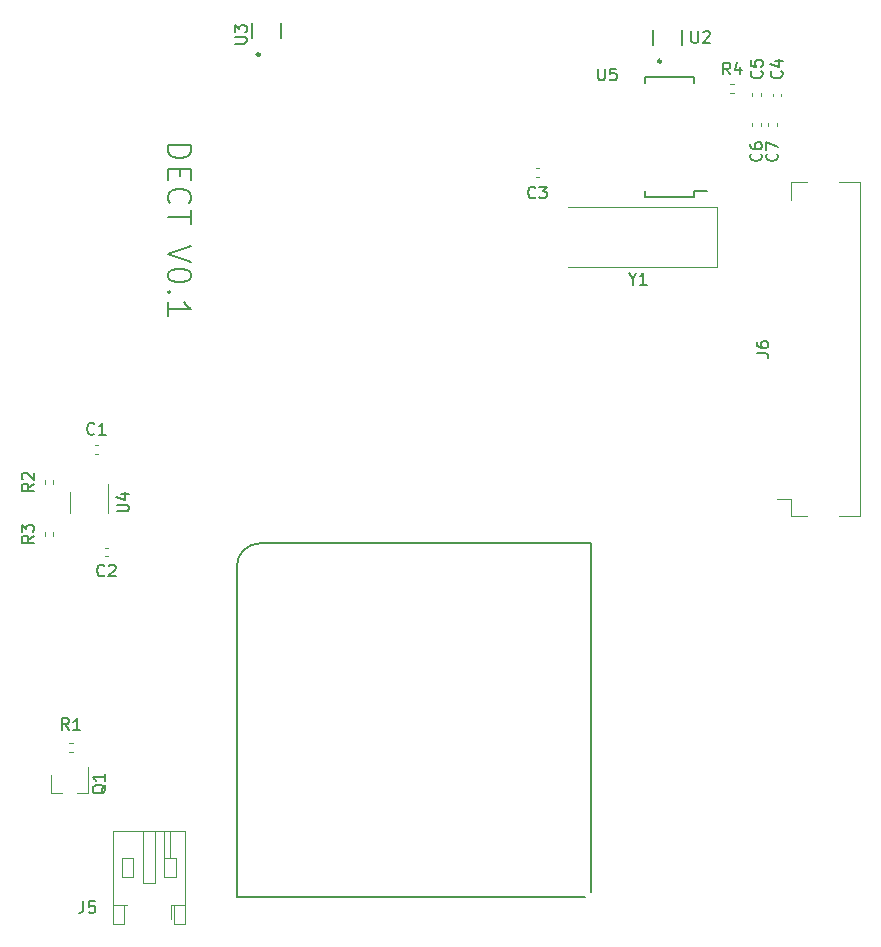
<source format=gto>
G04 #@! TF.GenerationSoftware,KiCad,Pcbnew,(5.1.10-1-10_14)*
G04 #@! TF.CreationDate,2021-12-01T22:20:01+01:00*
G04 #@! TF.ProjectId,DCEXT,44434558-542e-46b6-9963-61645f706362,rev?*
G04 #@! TF.SameCoordinates,Original*
G04 #@! TF.FileFunction,Legend,Top*
G04 #@! TF.FilePolarity,Positive*
%FSLAX46Y46*%
G04 Gerber Fmt 4.6, Leading zero omitted, Abs format (unit mm)*
G04 Created by KiCad (PCBNEW (5.1.10-1-10_14)) date 2021-12-01 22:20:01*
%MOMM*%
%LPD*%
G01*
G04 APERTURE LIST*
%ADD10C,0.150000*%
%ADD11C,0.200000*%
%ADD12C,0.120000*%
%ADD13C,0.250000*%
%ADD14O,1.200000X2.600000*%
%ADD15C,1.524000*%
%ADD16R,4.500000X2.000000*%
%ADD17R,1.200000X0.400000*%
%ADD18O,1.200000X1.750000*%
%ADD19R,0.800000X0.900000*%
%ADD20R,1.300000X0.300000*%
%ADD21R,2.200000X1.800000*%
%ADD22R,0.650000X1.560000*%
%ADD23R,0.600000X2.000000*%
%ADD24R,0.400000X1.050000*%
G04 APERTURE END LIST*
D10*
X75790538Y-68920623D02*
X77790538Y-68920623D01*
X77790538Y-69396814D01*
X77695300Y-69682528D01*
X77504823Y-69873004D01*
X77314347Y-69968242D01*
X76933395Y-70063480D01*
X76647680Y-70063480D01*
X76266728Y-69968242D01*
X76076252Y-69873004D01*
X75885776Y-69682528D01*
X75790538Y-69396814D01*
X75790538Y-68920623D01*
X76838157Y-70920623D02*
X76838157Y-71587290D01*
X75790538Y-71873004D02*
X75790538Y-70920623D01*
X77790538Y-70920623D01*
X77790538Y-71873004D01*
X75981014Y-73873004D02*
X75885776Y-73777766D01*
X75790538Y-73492052D01*
X75790538Y-73301576D01*
X75885776Y-73015861D01*
X76076252Y-72825385D01*
X76266728Y-72730147D01*
X76647680Y-72634909D01*
X76933395Y-72634909D01*
X77314347Y-72730147D01*
X77504823Y-72825385D01*
X77695300Y-73015861D01*
X77790538Y-73301576D01*
X77790538Y-73492052D01*
X77695300Y-73777766D01*
X77600061Y-73873004D01*
X77790538Y-74444433D02*
X77790538Y-75587290D01*
X75790538Y-75015861D02*
X77790538Y-75015861D01*
X77790538Y-77492052D02*
X75790538Y-78158719D01*
X77790538Y-78825385D01*
X77790538Y-79873004D02*
X77790538Y-80063480D01*
X77695300Y-80253957D01*
X77600061Y-80349195D01*
X77409585Y-80444433D01*
X77028633Y-80539671D01*
X76552442Y-80539671D01*
X76171490Y-80444433D01*
X75981014Y-80349195D01*
X75885776Y-80253957D01*
X75790538Y-80063480D01*
X75790538Y-79873004D01*
X75885776Y-79682528D01*
X75981014Y-79587290D01*
X76171490Y-79492052D01*
X76552442Y-79396814D01*
X77028633Y-79396814D01*
X77409585Y-79492052D01*
X77600061Y-79587290D01*
X77695300Y-79682528D01*
X77790538Y-79873004D01*
X75981014Y-81396814D02*
X75885776Y-81492052D01*
X75790538Y-81396814D01*
X75885776Y-81301576D01*
X75981014Y-81396814D01*
X75790538Y-81396814D01*
X75790538Y-83396814D02*
X75790538Y-82253957D01*
X75790538Y-82825385D02*
X77790538Y-82825385D01*
X77504823Y-82634909D01*
X77314347Y-82444433D01*
X77219109Y-82253957D01*
D11*
X83635612Y-102637045D02*
G75*
G03*
X81635612Y-104637045I0J-2000000D01*
G01*
X111635612Y-132136969D02*
X111635612Y-102637045D01*
X83635612Y-102637045D02*
X111635612Y-102637045D01*
X81635612Y-132637045D02*
X81635612Y-104637045D01*
X111135612Y-132637045D02*
X81635612Y-132637045D01*
D12*
X122330000Y-74190000D02*
X109730000Y-74190000D01*
X122330000Y-79290000D02*
X122330000Y-74190000D01*
X109730000Y-79290000D02*
X122330000Y-79290000D01*
D10*
X120325000Y-72850000D02*
X121450000Y-72850000D01*
X120325000Y-63170000D02*
X116175000Y-63170000D01*
X120325000Y-73330000D02*
X116175000Y-73330000D01*
X120325000Y-63170000D02*
X120325000Y-63650000D01*
X116175000Y-63170000D02*
X116175000Y-63650000D01*
X116175000Y-73330000D02*
X116175000Y-72850000D01*
X120325000Y-73330000D02*
X120325000Y-72850000D01*
D12*
X123426359Y-64520000D02*
X123733641Y-64520000D01*
X123426359Y-63760000D02*
X123733641Y-63760000D01*
X66127900Y-102007641D02*
X66127900Y-101700359D01*
X65367900Y-102007641D02*
X65367900Y-101700359D01*
X65367900Y-97293459D02*
X65367900Y-97600741D01*
X66127900Y-97293459D02*
X66127900Y-97600741D01*
X67753641Y-119520000D02*
X67446359Y-119520000D01*
X67753641Y-120280000D02*
X67446359Y-120280000D01*
X127350000Y-67297836D02*
X127350000Y-67082164D01*
X126630000Y-67297836D02*
X126630000Y-67082164D01*
X126030000Y-67297836D02*
X126030000Y-67082164D01*
X125310000Y-67297836D02*
X125310000Y-67082164D01*
X125310000Y-64532164D02*
X125310000Y-64747836D01*
X126030000Y-64532164D02*
X126030000Y-64747836D01*
X127030000Y-64602164D02*
X127030000Y-64817836D01*
X127750000Y-64602164D02*
X127750000Y-64817836D01*
X107197836Y-70880000D02*
X106982164Y-70880000D01*
X107197836Y-71600000D02*
X106982164Y-71600000D01*
X70491464Y-103750700D02*
X70707136Y-103750700D01*
X70491464Y-103030700D02*
X70707136Y-103030700D01*
X69640564Y-95063900D02*
X69856236Y-95063900D01*
X69640564Y-94343900D02*
X69856236Y-94343900D01*
X76060000Y-133260000D02*
X76340000Y-133260000D01*
X76340000Y-133260000D02*
X76340000Y-134860000D01*
X76340000Y-134860000D02*
X77260000Y-134860000D01*
X77260000Y-134860000D02*
X77260000Y-127040000D01*
X77260000Y-127040000D02*
X71140000Y-127040000D01*
X71140000Y-127040000D02*
X71140000Y-134860000D01*
X71140000Y-134860000D02*
X72060000Y-134860000D01*
X72060000Y-134860000D02*
X72060000Y-133260000D01*
X72060000Y-133260000D02*
X72340000Y-133260000D01*
X74700000Y-127040000D02*
X74700000Y-131400000D01*
X74700000Y-131400000D02*
X73700000Y-131400000D01*
X73700000Y-131400000D02*
X73700000Y-127040000D01*
X77260000Y-133260000D02*
X76340000Y-133260000D01*
X71140000Y-133260000D02*
X72060000Y-133260000D01*
X76500000Y-130900000D02*
X76500000Y-129300000D01*
X76500000Y-129300000D02*
X75500000Y-129300000D01*
X75500000Y-129300000D02*
X75500000Y-130900000D01*
X75500000Y-130900000D02*
X76500000Y-130900000D01*
X71900000Y-130900000D02*
X71900000Y-129300000D01*
X71900000Y-129300000D02*
X72900000Y-129300000D01*
X72900000Y-129300000D02*
X72900000Y-130900000D01*
X72900000Y-130900000D02*
X71900000Y-130900000D01*
X75500000Y-129300000D02*
X75500000Y-127040000D01*
X76000000Y-129300000D02*
X76000000Y-127040000D01*
X76060000Y-133260000D02*
X76060000Y-134475000D01*
X65920000Y-123760000D02*
X66850000Y-123760000D01*
X69080000Y-123760000D02*
X68150000Y-123760000D01*
X69080000Y-123760000D02*
X69080000Y-121600000D01*
X65920000Y-123760000D02*
X65920000Y-122300000D01*
X128608300Y-98867600D02*
X128608300Y-100357600D01*
X128608300Y-100357600D02*
X129948300Y-100357600D01*
X128608300Y-73547600D02*
X128608300Y-72057600D01*
X128608300Y-72057600D02*
X129948300Y-72057600D01*
X132668300Y-100357600D02*
X134408300Y-100357600D01*
X134408300Y-100357600D02*
X134408300Y-72057600D01*
X134408300Y-72057600D02*
X132668300Y-72057600D01*
X128608300Y-98867600D02*
X127408300Y-98867600D01*
X67545299Y-98288301D02*
X67545299Y-100088301D01*
X70765299Y-100088301D02*
X70765299Y-97638301D01*
D13*
X83599800Y-61270500D02*
G75*
G03*
X83599800Y-61270500I-125000J0D01*
G01*
D10*
X85349800Y-59870500D02*
X85349800Y-58620500D01*
X82899800Y-59870500D02*
X82899800Y-58620500D01*
D13*
X117575000Y-61835000D02*
G75*
G03*
X117575000Y-61835000I-125000J0D01*
G01*
D10*
X119325000Y-60435000D02*
X119325000Y-59185000D01*
X116875000Y-60435000D02*
X116875000Y-59185000D01*
X115153809Y-80266190D02*
X115153809Y-80742380D01*
X114820476Y-79742380D02*
X115153809Y-80266190D01*
X115487142Y-79742380D01*
X116344285Y-80742380D02*
X115772857Y-80742380D01*
X116058571Y-80742380D02*
X116058571Y-79742380D01*
X115963333Y-79885238D01*
X115868095Y-79980476D01*
X115772857Y-80028095D01*
X112238095Y-62452380D02*
X112238095Y-63261904D01*
X112285714Y-63357142D01*
X112333333Y-63404761D01*
X112428571Y-63452380D01*
X112619047Y-63452380D01*
X112714285Y-63404761D01*
X112761904Y-63357142D01*
X112809523Y-63261904D01*
X112809523Y-62452380D01*
X113761904Y-62452380D02*
X113285714Y-62452380D01*
X113238095Y-62928571D01*
X113285714Y-62880952D01*
X113380952Y-62833333D01*
X113619047Y-62833333D01*
X113714285Y-62880952D01*
X113761904Y-62928571D01*
X113809523Y-63023809D01*
X113809523Y-63261904D01*
X113761904Y-63357142D01*
X113714285Y-63404761D01*
X113619047Y-63452380D01*
X113380952Y-63452380D01*
X113285714Y-63404761D01*
X113238095Y-63357142D01*
X123413333Y-62952380D02*
X123080000Y-62476190D01*
X122841904Y-62952380D02*
X122841904Y-61952380D01*
X123222857Y-61952380D01*
X123318095Y-62000000D01*
X123365714Y-62047619D01*
X123413333Y-62142857D01*
X123413333Y-62285714D01*
X123365714Y-62380952D01*
X123318095Y-62428571D01*
X123222857Y-62476190D01*
X122841904Y-62476190D01*
X124270476Y-62285714D02*
X124270476Y-62952380D01*
X124032380Y-61904761D02*
X123794285Y-62619047D01*
X124413333Y-62619047D01*
X64452380Y-102020666D02*
X63976190Y-102354000D01*
X64452380Y-102592095D02*
X63452380Y-102592095D01*
X63452380Y-102211142D01*
X63500000Y-102115904D01*
X63547619Y-102068285D01*
X63642857Y-102020666D01*
X63785714Y-102020666D01*
X63880952Y-102068285D01*
X63928571Y-102115904D01*
X63976190Y-102211142D01*
X63976190Y-102592095D01*
X63452380Y-101687333D02*
X63452380Y-101068285D01*
X63833333Y-101401619D01*
X63833333Y-101258761D01*
X63880952Y-101163523D01*
X63928571Y-101115904D01*
X64023809Y-101068285D01*
X64261904Y-101068285D01*
X64357142Y-101115904D01*
X64404761Y-101163523D01*
X64452380Y-101258761D01*
X64452380Y-101544476D01*
X64404761Y-101639714D01*
X64357142Y-101687333D01*
X64452380Y-97613766D02*
X63976190Y-97947100D01*
X64452380Y-98185195D02*
X63452380Y-98185195D01*
X63452380Y-97804242D01*
X63500000Y-97709004D01*
X63547619Y-97661385D01*
X63642857Y-97613766D01*
X63785714Y-97613766D01*
X63880952Y-97661385D01*
X63928571Y-97709004D01*
X63976190Y-97804242D01*
X63976190Y-98185195D01*
X63547619Y-97232814D02*
X63500000Y-97185195D01*
X63452380Y-97089957D01*
X63452380Y-96851861D01*
X63500000Y-96756623D01*
X63547619Y-96709004D01*
X63642857Y-96661385D01*
X63738095Y-96661385D01*
X63880952Y-96709004D01*
X64452380Y-97280433D01*
X64452380Y-96661385D01*
X67433333Y-118452380D02*
X67100000Y-117976190D01*
X66861904Y-118452380D02*
X66861904Y-117452380D01*
X67242857Y-117452380D01*
X67338095Y-117500000D01*
X67385714Y-117547619D01*
X67433333Y-117642857D01*
X67433333Y-117785714D01*
X67385714Y-117880952D01*
X67338095Y-117928571D01*
X67242857Y-117976190D01*
X66861904Y-117976190D01*
X68385714Y-118452380D02*
X67814285Y-118452380D01*
X68100000Y-118452380D02*
X68100000Y-117452380D01*
X68004761Y-117595238D01*
X67909523Y-117690476D01*
X67814285Y-117738095D01*
X127357142Y-69666666D02*
X127404761Y-69714285D01*
X127452380Y-69857142D01*
X127452380Y-69952380D01*
X127404761Y-70095238D01*
X127309523Y-70190476D01*
X127214285Y-70238095D01*
X127023809Y-70285714D01*
X126880952Y-70285714D01*
X126690476Y-70238095D01*
X126595238Y-70190476D01*
X126500000Y-70095238D01*
X126452380Y-69952380D01*
X126452380Y-69857142D01*
X126500000Y-69714285D01*
X126547619Y-69666666D01*
X126452380Y-69333333D02*
X126452380Y-68666666D01*
X127452380Y-69095238D01*
X126007142Y-69666666D02*
X126054761Y-69714285D01*
X126102380Y-69857142D01*
X126102380Y-69952380D01*
X126054761Y-70095238D01*
X125959523Y-70190476D01*
X125864285Y-70238095D01*
X125673809Y-70285714D01*
X125530952Y-70285714D01*
X125340476Y-70238095D01*
X125245238Y-70190476D01*
X125150000Y-70095238D01*
X125102380Y-69952380D01*
X125102380Y-69857142D01*
X125150000Y-69714285D01*
X125197619Y-69666666D01*
X125102380Y-68809523D02*
X125102380Y-69000000D01*
X125150000Y-69095238D01*
X125197619Y-69142857D01*
X125340476Y-69238095D01*
X125530952Y-69285714D01*
X125911904Y-69285714D01*
X126007142Y-69238095D01*
X126054761Y-69190476D01*
X126102380Y-69095238D01*
X126102380Y-68904761D01*
X126054761Y-68809523D01*
X126007142Y-68761904D01*
X125911904Y-68714285D01*
X125673809Y-68714285D01*
X125578571Y-68761904D01*
X125530952Y-68809523D01*
X125483333Y-68904761D01*
X125483333Y-69095238D01*
X125530952Y-69190476D01*
X125578571Y-69238095D01*
X125673809Y-69285714D01*
X126067142Y-62666666D02*
X126114761Y-62714285D01*
X126162380Y-62857142D01*
X126162380Y-62952380D01*
X126114761Y-63095238D01*
X126019523Y-63190476D01*
X125924285Y-63238095D01*
X125733809Y-63285714D01*
X125590952Y-63285714D01*
X125400476Y-63238095D01*
X125305238Y-63190476D01*
X125210000Y-63095238D01*
X125162380Y-62952380D01*
X125162380Y-62857142D01*
X125210000Y-62714285D01*
X125257619Y-62666666D01*
X125162380Y-61761904D02*
X125162380Y-62238095D01*
X125638571Y-62285714D01*
X125590952Y-62238095D01*
X125543333Y-62142857D01*
X125543333Y-61904761D01*
X125590952Y-61809523D01*
X125638571Y-61761904D01*
X125733809Y-61714285D01*
X125971904Y-61714285D01*
X126067142Y-61761904D01*
X126114761Y-61809523D01*
X126162380Y-61904761D01*
X126162380Y-62142857D01*
X126114761Y-62238095D01*
X126067142Y-62285714D01*
X127757142Y-62666666D02*
X127804761Y-62714285D01*
X127852380Y-62857142D01*
X127852380Y-62952380D01*
X127804761Y-63095238D01*
X127709523Y-63190476D01*
X127614285Y-63238095D01*
X127423809Y-63285714D01*
X127280952Y-63285714D01*
X127090476Y-63238095D01*
X126995238Y-63190476D01*
X126900000Y-63095238D01*
X126852380Y-62952380D01*
X126852380Y-62857142D01*
X126900000Y-62714285D01*
X126947619Y-62666666D01*
X127185714Y-61809523D02*
X127852380Y-61809523D01*
X126804761Y-62047619D02*
X127519047Y-62285714D01*
X127519047Y-61666666D01*
X106923333Y-73357142D02*
X106875714Y-73404761D01*
X106732857Y-73452380D01*
X106637619Y-73452380D01*
X106494761Y-73404761D01*
X106399523Y-73309523D01*
X106351904Y-73214285D01*
X106304285Y-73023809D01*
X106304285Y-72880952D01*
X106351904Y-72690476D01*
X106399523Y-72595238D01*
X106494761Y-72500000D01*
X106637619Y-72452380D01*
X106732857Y-72452380D01*
X106875714Y-72500000D01*
X106923333Y-72547619D01*
X107256666Y-72452380D02*
X107875714Y-72452380D01*
X107542380Y-72833333D01*
X107685238Y-72833333D01*
X107780476Y-72880952D01*
X107828095Y-72928571D01*
X107875714Y-73023809D01*
X107875714Y-73261904D01*
X107828095Y-73357142D01*
X107780476Y-73404761D01*
X107685238Y-73452380D01*
X107399523Y-73452380D01*
X107304285Y-73404761D01*
X107256666Y-73357142D01*
X70432633Y-105357142D02*
X70385014Y-105404761D01*
X70242157Y-105452380D01*
X70146919Y-105452380D01*
X70004061Y-105404761D01*
X69908823Y-105309523D01*
X69861204Y-105214285D01*
X69813585Y-105023809D01*
X69813585Y-104880952D01*
X69861204Y-104690476D01*
X69908823Y-104595238D01*
X70004061Y-104500000D01*
X70146919Y-104452380D01*
X70242157Y-104452380D01*
X70385014Y-104500000D01*
X70432633Y-104547619D01*
X70813585Y-104547619D02*
X70861204Y-104500000D01*
X70956442Y-104452380D01*
X71194538Y-104452380D01*
X71289776Y-104500000D01*
X71337395Y-104547619D01*
X71385014Y-104642857D01*
X71385014Y-104738095D01*
X71337395Y-104880952D01*
X70765966Y-105452380D01*
X71385014Y-105452380D01*
X69581733Y-93357142D02*
X69534114Y-93404761D01*
X69391257Y-93452380D01*
X69296019Y-93452380D01*
X69153161Y-93404761D01*
X69057923Y-93309523D01*
X69010304Y-93214285D01*
X68962685Y-93023809D01*
X68962685Y-92880952D01*
X69010304Y-92690476D01*
X69057923Y-92595238D01*
X69153161Y-92500000D01*
X69296019Y-92452380D01*
X69391257Y-92452380D01*
X69534114Y-92500000D01*
X69581733Y-92547619D01*
X70534114Y-93452380D02*
X69962685Y-93452380D01*
X70248400Y-93452380D02*
X70248400Y-92452380D01*
X70153161Y-92595238D01*
X70057923Y-92690476D01*
X69962685Y-92738095D01*
X68666666Y-132952380D02*
X68666666Y-133666666D01*
X68619047Y-133809523D01*
X68523809Y-133904761D01*
X68380952Y-133952380D01*
X68285714Y-133952380D01*
X69619047Y-132952380D02*
X69142857Y-132952380D01*
X69095238Y-133428571D01*
X69142857Y-133380952D01*
X69238095Y-133333333D01*
X69476190Y-133333333D01*
X69571428Y-133380952D01*
X69619047Y-133428571D01*
X69666666Y-133523809D01*
X69666666Y-133761904D01*
X69619047Y-133857142D01*
X69571428Y-133904761D01*
X69476190Y-133952380D01*
X69238095Y-133952380D01*
X69142857Y-133904761D01*
X69095238Y-133857142D01*
X70547619Y-123095238D02*
X70500000Y-123190476D01*
X70404761Y-123285714D01*
X70261904Y-123428571D01*
X70214285Y-123523809D01*
X70214285Y-123619047D01*
X70452380Y-123571428D02*
X70404761Y-123666666D01*
X70309523Y-123761904D01*
X70119047Y-123809523D01*
X69785714Y-123809523D01*
X69595238Y-123761904D01*
X69500000Y-123666666D01*
X69452380Y-123571428D01*
X69452380Y-123380952D01*
X69500000Y-123285714D01*
X69595238Y-123190476D01*
X69785714Y-123142857D01*
X70119047Y-123142857D01*
X70309523Y-123190476D01*
X70404761Y-123285714D01*
X70452380Y-123380952D01*
X70452380Y-123571428D01*
X70452380Y-122190476D02*
X70452380Y-122761904D01*
X70452380Y-122476190D02*
X69452380Y-122476190D01*
X69595238Y-122571428D01*
X69690476Y-122666666D01*
X69738095Y-122761904D01*
X125660680Y-86540933D02*
X126374966Y-86540933D01*
X126517823Y-86588552D01*
X126613061Y-86683790D01*
X126660680Y-86826647D01*
X126660680Y-86921885D01*
X125660680Y-85636171D02*
X125660680Y-85826647D01*
X125708300Y-85921885D01*
X125755919Y-85969504D01*
X125898776Y-86064742D01*
X126089252Y-86112361D01*
X126470204Y-86112361D01*
X126565442Y-86064742D01*
X126613061Y-86017123D01*
X126660680Y-85921885D01*
X126660680Y-85731409D01*
X126613061Y-85636171D01*
X126565442Y-85588552D01*
X126470204Y-85540933D01*
X126232109Y-85540933D01*
X126136871Y-85588552D01*
X126089252Y-85636171D01*
X126041633Y-85731409D01*
X126041633Y-85921885D01*
X126089252Y-86017123D01*
X126136871Y-86064742D01*
X126232109Y-86112361D01*
X71507679Y-99950205D02*
X72317203Y-99950205D01*
X72412441Y-99902586D01*
X72460060Y-99854967D01*
X72507679Y-99759729D01*
X72507679Y-99569253D01*
X72460060Y-99474015D01*
X72412441Y-99426396D01*
X72317203Y-99378777D01*
X71507679Y-99378777D01*
X71841013Y-98474015D02*
X72507679Y-98474015D01*
X71460060Y-98712110D02*
X72174346Y-98950205D01*
X72174346Y-98331158D01*
X81477180Y-60334904D02*
X82286704Y-60334904D01*
X82381942Y-60287285D01*
X82429561Y-60239666D01*
X82477180Y-60144428D01*
X82477180Y-59953952D01*
X82429561Y-59858714D01*
X82381942Y-59811095D01*
X82286704Y-59763476D01*
X81477180Y-59763476D01*
X81477180Y-59382523D02*
X81477180Y-58763476D01*
X81858133Y-59096809D01*
X81858133Y-58953952D01*
X81905752Y-58858714D01*
X81953371Y-58811095D01*
X82048609Y-58763476D01*
X82286704Y-58763476D01*
X82381942Y-58811095D01*
X82429561Y-58858714D01*
X82477180Y-58953952D01*
X82477180Y-59239666D01*
X82429561Y-59334904D01*
X82381942Y-59382523D01*
X120135595Y-59272380D02*
X120135595Y-60081904D01*
X120183214Y-60177142D01*
X120230833Y-60224761D01*
X120326071Y-60272380D01*
X120516547Y-60272380D01*
X120611785Y-60224761D01*
X120659404Y-60177142D01*
X120707023Y-60081904D01*
X120707023Y-59272380D01*
X121135595Y-59367619D02*
X121183214Y-59320000D01*
X121278452Y-59272380D01*
X121516547Y-59272380D01*
X121611785Y-59320000D01*
X121659404Y-59367619D01*
X121707023Y-59462857D01*
X121707023Y-59558095D01*
X121659404Y-59700952D01*
X121087976Y-60272380D01*
X121707023Y-60272380D01*
%LPC*%
D14*
X117597000Y-52615000D03*
X104399000Y-52615000D03*
D15*
X114498000Y-54065000D03*
X111999000Y-54065000D03*
X109997000Y-54065000D03*
X107498000Y-54065000D03*
D14*
X90589000Y-52615000D03*
X77391000Y-52615000D03*
D15*
X87490000Y-54065000D03*
X84991000Y-54065000D03*
X82989000Y-54065000D03*
X80490000Y-54065000D03*
D16*
X111380000Y-76740000D03*
X119880000Y-76740000D03*
D17*
X115650000Y-72377500D03*
X115650000Y-71742500D03*
X115650000Y-71107500D03*
X115650000Y-70472500D03*
X115650000Y-69837500D03*
X115650000Y-69202500D03*
X115650000Y-68567500D03*
X115650000Y-67932500D03*
X115650000Y-67297500D03*
X115650000Y-66662500D03*
X115650000Y-66027500D03*
X115650000Y-65392500D03*
X115650000Y-64757500D03*
X115650000Y-64122500D03*
X120850000Y-64122500D03*
X120850000Y-64757500D03*
X120850000Y-65392500D03*
X120850000Y-66027500D03*
X120850000Y-66662500D03*
X120850000Y-67297500D03*
X120850000Y-67932500D03*
X120850000Y-68567500D03*
X120850000Y-69202500D03*
X120850000Y-69837500D03*
X120850000Y-70472500D03*
X120850000Y-71107500D03*
X120850000Y-71742500D03*
X120850000Y-72377500D03*
G36*
G01*
X123820000Y-64325000D02*
X123820000Y-63955000D01*
G75*
G02*
X123955000Y-63820000I135000J0D01*
G01*
X124225000Y-63820000D01*
G75*
G02*
X124360000Y-63955000I0J-135000D01*
G01*
X124360000Y-64325000D01*
G75*
G02*
X124225000Y-64460000I-135000J0D01*
G01*
X123955000Y-64460000D01*
G75*
G02*
X123820000Y-64325000I0J135000D01*
G01*
G37*
G36*
G01*
X122800000Y-64325000D02*
X122800000Y-63955000D01*
G75*
G02*
X122935000Y-63820000I135000J0D01*
G01*
X123205000Y-63820000D01*
G75*
G02*
X123340000Y-63955000I0J-135000D01*
G01*
X123340000Y-64325000D01*
G75*
G02*
X123205000Y-64460000I-135000J0D01*
G01*
X122935000Y-64460000D01*
G75*
G02*
X122800000Y-64325000I0J135000D01*
G01*
G37*
G36*
G01*
X65932900Y-101614000D02*
X65562900Y-101614000D01*
G75*
G02*
X65427900Y-101479000I0J135000D01*
G01*
X65427900Y-101209000D01*
G75*
G02*
X65562900Y-101074000I135000J0D01*
G01*
X65932900Y-101074000D01*
G75*
G02*
X66067900Y-101209000I0J-135000D01*
G01*
X66067900Y-101479000D01*
G75*
G02*
X65932900Y-101614000I-135000J0D01*
G01*
G37*
G36*
G01*
X65932900Y-102634000D02*
X65562900Y-102634000D01*
G75*
G02*
X65427900Y-102499000I0J135000D01*
G01*
X65427900Y-102229000D01*
G75*
G02*
X65562900Y-102094000I135000J0D01*
G01*
X65932900Y-102094000D01*
G75*
G02*
X66067900Y-102229000I0J-135000D01*
G01*
X66067900Y-102499000D01*
G75*
G02*
X65932900Y-102634000I-135000J0D01*
G01*
G37*
G36*
G01*
X65562900Y-97687100D02*
X65932900Y-97687100D01*
G75*
G02*
X66067900Y-97822100I0J-135000D01*
G01*
X66067900Y-98092100D01*
G75*
G02*
X65932900Y-98227100I-135000J0D01*
G01*
X65562900Y-98227100D01*
G75*
G02*
X65427900Y-98092100I0J135000D01*
G01*
X65427900Y-97822100D01*
G75*
G02*
X65562900Y-97687100I135000J0D01*
G01*
G37*
G36*
G01*
X65562900Y-96667100D02*
X65932900Y-96667100D01*
G75*
G02*
X66067900Y-96802100I0J-135000D01*
G01*
X66067900Y-97072100D01*
G75*
G02*
X65932900Y-97207100I-135000J0D01*
G01*
X65562900Y-97207100D01*
G75*
G02*
X65427900Y-97072100I0J135000D01*
G01*
X65427900Y-96802100D01*
G75*
G02*
X65562900Y-96667100I135000J0D01*
G01*
G37*
G36*
G01*
X67360000Y-119715000D02*
X67360000Y-120085000D01*
G75*
G02*
X67225000Y-120220000I-135000J0D01*
G01*
X66955000Y-120220000D01*
G75*
G02*
X66820000Y-120085000I0J135000D01*
G01*
X66820000Y-119715000D01*
G75*
G02*
X66955000Y-119580000I135000J0D01*
G01*
X67225000Y-119580000D01*
G75*
G02*
X67360000Y-119715000I0J-135000D01*
G01*
G37*
G36*
G01*
X68380000Y-119715000D02*
X68380000Y-120085000D01*
G75*
G02*
X68245000Y-120220000I-135000J0D01*
G01*
X67975000Y-120220000D01*
G75*
G02*
X67840000Y-120085000I0J135000D01*
G01*
X67840000Y-119715000D01*
G75*
G02*
X67975000Y-119580000I135000J0D01*
G01*
X68245000Y-119580000D01*
G75*
G02*
X68380000Y-119715000I0J-135000D01*
G01*
G37*
G36*
G01*
X127160000Y-66990000D02*
X126820000Y-66990000D01*
G75*
G02*
X126680000Y-66850000I0J140000D01*
G01*
X126680000Y-66570000D01*
G75*
G02*
X126820000Y-66430000I140000J0D01*
G01*
X127160000Y-66430000D01*
G75*
G02*
X127300000Y-66570000I0J-140000D01*
G01*
X127300000Y-66850000D01*
G75*
G02*
X127160000Y-66990000I-140000J0D01*
G01*
G37*
G36*
G01*
X127160000Y-67950000D02*
X126820000Y-67950000D01*
G75*
G02*
X126680000Y-67810000I0J140000D01*
G01*
X126680000Y-67530000D01*
G75*
G02*
X126820000Y-67390000I140000J0D01*
G01*
X127160000Y-67390000D01*
G75*
G02*
X127300000Y-67530000I0J-140000D01*
G01*
X127300000Y-67810000D01*
G75*
G02*
X127160000Y-67950000I-140000J0D01*
G01*
G37*
G36*
G01*
X125840000Y-66990000D02*
X125500000Y-66990000D01*
G75*
G02*
X125360000Y-66850000I0J140000D01*
G01*
X125360000Y-66570000D01*
G75*
G02*
X125500000Y-66430000I140000J0D01*
G01*
X125840000Y-66430000D01*
G75*
G02*
X125980000Y-66570000I0J-140000D01*
G01*
X125980000Y-66850000D01*
G75*
G02*
X125840000Y-66990000I-140000J0D01*
G01*
G37*
G36*
G01*
X125840000Y-67950000D02*
X125500000Y-67950000D01*
G75*
G02*
X125360000Y-67810000I0J140000D01*
G01*
X125360000Y-67530000D01*
G75*
G02*
X125500000Y-67390000I140000J0D01*
G01*
X125840000Y-67390000D01*
G75*
G02*
X125980000Y-67530000I0J-140000D01*
G01*
X125980000Y-67810000D01*
G75*
G02*
X125840000Y-67950000I-140000J0D01*
G01*
G37*
G36*
G01*
X125500000Y-64840000D02*
X125840000Y-64840000D01*
G75*
G02*
X125980000Y-64980000I0J-140000D01*
G01*
X125980000Y-65260000D01*
G75*
G02*
X125840000Y-65400000I-140000J0D01*
G01*
X125500000Y-65400000D01*
G75*
G02*
X125360000Y-65260000I0J140000D01*
G01*
X125360000Y-64980000D01*
G75*
G02*
X125500000Y-64840000I140000J0D01*
G01*
G37*
G36*
G01*
X125500000Y-63880000D02*
X125840000Y-63880000D01*
G75*
G02*
X125980000Y-64020000I0J-140000D01*
G01*
X125980000Y-64300000D01*
G75*
G02*
X125840000Y-64440000I-140000J0D01*
G01*
X125500000Y-64440000D01*
G75*
G02*
X125360000Y-64300000I0J140000D01*
G01*
X125360000Y-64020000D01*
G75*
G02*
X125500000Y-63880000I140000J0D01*
G01*
G37*
G36*
G01*
X127220000Y-64910000D02*
X127560000Y-64910000D01*
G75*
G02*
X127700000Y-65050000I0J-140000D01*
G01*
X127700000Y-65330000D01*
G75*
G02*
X127560000Y-65470000I-140000J0D01*
G01*
X127220000Y-65470000D01*
G75*
G02*
X127080000Y-65330000I0J140000D01*
G01*
X127080000Y-65050000D01*
G75*
G02*
X127220000Y-64910000I140000J0D01*
G01*
G37*
G36*
G01*
X127220000Y-63950000D02*
X127560000Y-63950000D01*
G75*
G02*
X127700000Y-64090000I0J-140000D01*
G01*
X127700000Y-64370000D01*
G75*
G02*
X127560000Y-64510000I-140000J0D01*
G01*
X127220000Y-64510000D01*
G75*
G02*
X127080000Y-64370000I0J140000D01*
G01*
X127080000Y-64090000D01*
G75*
G02*
X127220000Y-63950000I140000J0D01*
G01*
G37*
G36*
G01*
X106890000Y-71070000D02*
X106890000Y-71410000D01*
G75*
G02*
X106750000Y-71550000I-140000J0D01*
G01*
X106470000Y-71550000D01*
G75*
G02*
X106330000Y-71410000I0J140000D01*
G01*
X106330000Y-71070000D01*
G75*
G02*
X106470000Y-70930000I140000J0D01*
G01*
X106750000Y-70930000D01*
G75*
G02*
X106890000Y-71070000I0J-140000D01*
G01*
G37*
G36*
G01*
X107850000Y-71070000D02*
X107850000Y-71410000D01*
G75*
G02*
X107710000Y-71550000I-140000J0D01*
G01*
X107430000Y-71550000D01*
G75*
G02*
X107290000Y-71410000I0J140000D01*
G01*
X107290000Y-71070000D01*
G75*
G02*
X107430000Y-70930000I140000J0D01*
G01*
X107710000Y-70930000D01*
G75*
G02*
X107850000Y-71070000I0J-140000D01*
G01*
G37*
G36*
G01*
X70799300Y-103560700D02*
X70799300Y-103220700D01*
G75*
G02*
X70939300Y-103080700I140000J0D01*
G01*
X71219300Y-103080700D01*
G75*
G02*
X71359300Y-103220700I0J-140000D01*
G01*
X71359300Y-103560700D01*
G75*
G02*
X71219300Y-103700700I-140000J0D01*
G01*
X70939300Y-103700700D01*
G75*
G02*
X70799300Y-103560700I0J140000D01*
G01*
G37*
G36*
G01*
X69839300Y-103560700D02*
X69839300Y-103220700D01*
G75*
G02*
X69979300Y-103080700I140000J0D01*
G01*
X70259300Y-103080700D01*
G75*
G02*
X70399300Y-103220700I0J-140000D01*
G01*
X70399300Y-103560700D01*
G75*
G02*
X70259300Y-103700700I-140000J0D01*
G01*
X69979300Y-103700700D01*
G75*
G02*
X69839300Y-103560700I0J140000D01*
G01*
G37*
G36*
G01*
X69948400Y-94873900D02*
X69948400Y-94533900D01*
G75*
G02*
X70088400Y-94393900I140000J0D01*
G01*
X70368400Y-94393900D01*
G75*
G02*
X70508400Y-94533900I0J-140000D01*
G01*
X70508400Y-94873900D01*
G75*
G02*
X70368400Y-95013900I-140000J0D01*
G01*
X70088400Y-95013900D01*
G75*
G02*
X69948400Y-94873900I0J140000D01*
G01*
G37*
G36*
G01*
X68988400Y-94873900D02*
X68988400Y-94533900D01*
G75*
G02*
X69128400Y-94393900I140000J0D01*
G01*
X69408400Y-94393900D01*
G75*
G02*
X69548400Y-94533900I0J-140000D01*
G01*
X69548400Y-94873900D01*
G75*
G02*
X69408400Y-95013900I-140000J0D01*
G01*
X69128400Y-95013900D01*
G75*
G02*
X68988400Y-94873900I0J140000D01*
G01*
G37*
D18*
X73200000Y-133400000D03*
G36*
G01*
X75800000Y-132774999D02*
X75800000Y-134025001D01*
G75*
G02*
X75550001Y-134275000I-249999J0D01*
G01*
X74849999Y-134275000D01*
G75*
G02*
X74600000Y-134025001I0J249999D01*
G01*
X74600000Y-132774999D01*
G75*
G02*
X74849999Y-132525000I249999J0D01*
G01*
X75550001Y-132525000D01*
G75*
G02*
X75800000Y-132774999I0J-249999D01*
G01*
G37*
D19*
X67500000Y-124000000D03*
X66550000Y-122000000D03*
X68450000Y-122000000D03*
D20*
X128058300Y-73957600D03*
X128058300Y-74457600D03*
X128058300Y-74957600D03*
X128058300Y-75457600D03*
X128058300Y-75957600D03*
X128058300Y-76457600D03*
X128058300Y-76957600D03*
X128058300Y-77457600D03*
X128058300Y-77957600D03*
X128058300Y-78457600D03*
X128058300Y-78957600D03*
X128058300Y-79457600D03*
X128058300Y-79957600D03*
X128058300Y-80457600D03*
X128058300Y-80957600D03*
X128058300Y-81457600D03*
X128058300Y-81957600D03*
X128058300Y-82457600D03*
X128058300Y-82957600D03*
X128058300Y-83457600D03*
X128058300Y-83957600D03*
X128058300Y-84457600D03*
X128058300Y-84957600D03*
X128058300Y-85457600D03*
X128058300Y-85957600D03*
X128058300Y-86457600D03*
X128058300Y-86957600D03*
X128058300Y-87457600D03*
X128058300Y-87957600D03*
X128058300Y-88457600D03*
X128058300Y-88957600D03*
X128058300Y-89457600D03*
X128058300Y-89957600D03*
X128058300Y-90457600D03*
X128058300Y-90957600D03*
X128058300Y-91457600D03*
X128058300Y-91957600D03*
X128058300Y-92457600D03*
X128058300Y-92957600D03*
X128058300Y-93457600D03*
X128058300Y-93957600D03*
X128058300Y-94457600D03*
X128058300Y-94957600D03*
X128058300Y-95457600D03*
X128058300Y-95957600D03*
X128058300Y-96457600D03*
X128058300Y-96957600D03*
X128058300Y-97457600D03*
X128058300Y-97957600D03*
X128058300Y-98457600D03*
D21*
X131308300Y-100357600D03*
X131308300Y-72057600D03*
D22*
X70105299Y-100538301D03*
X68205299Y-100538301D03*
X68205299Y-97838301D03*
X69155299Y-97838301D03*
X70105299Y-97838301D03*
D23*
X86090000Y-141083700D03*
X86890000Y-141083700D03*
X87690000Y-141083700D03*
X88490000Y-141083700D03*
X89290000Y-141083700D03*
X90090000Y-141083700D03*
X90890000Y-141083700D03*
X91690000Y-141083700D03*
X95690000Y-141083700D03*
X96490000Y-141083700D03*
X97290000Y-141083700D03*
X98090000Y-141083700D03*
X98890000Y-141083700D03*
X99690000Y-141083700D03*
X100490000Y-141083700D03*
X101290000Y-141083700D03*
X102090000Y-141083700D03*
X102890000Y-141083700D03*
X103690000Y-141083700D03*
X104490000Y-141083700D03*
X105290000Y-141083700D03*
X106090000Y-141083700D03*
X106890000Y-141083700D03*
X107690000Y-141083700D03*
X108490000Y-141083700D03*
X109290000Y-141083700D03*
D24*
X83474800Y-58320500D03*
X84124800Y-58320500D03*
X84774800Y-58320500D03*
X84774800Y-60170500D03*
X84124800Y-60170500D03*
X83474800Y-60170500D03*
X117450000Y-58885000D03*
X118100000Y-58885000D03*
X118750000Y-58885000D03*
X118750000Y-60735000D03*
X118100000Y-60735000D03*
X117450000Y-60735000D03*
M02*

</source>
